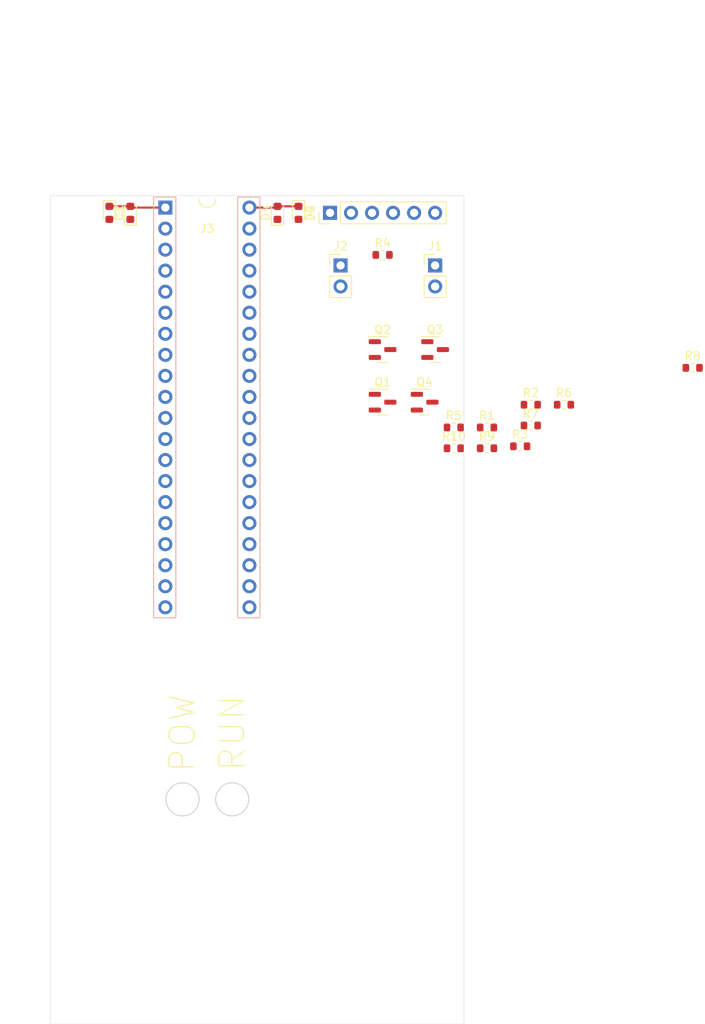
<source format=kicad_pcb>
(kicad_pcb (version 20211014) (generator pcbnew)
  (layers (0 "F.Cu" signal) (31 "B.Cu" signal) (34 "B.Paste" user) (35 "F.Paste" user) (36 "B.SilkS" user "B.Silkscreen") (37 "F.SilkS" user "F.Silkscreen") (38 "B.Mask" user) (39 "F.Mask" user) (44 "Edge.Cuts" user))
  (net 0 "")
  (net 1 "/pb1/PIN")
  (net 2 "HI")
  (net 3 "LO")
  (net 4 "/pb40/PIN")
  (net 5 "Net-(J1-Pad1)")
  (net 6 "Net-(J2-Pad1)")
  (net 45 "VPP")
  (net 46 "VDD")
  (net 47 "GND")
  (net 51 "Net-(Q1-Pad1)")
  (net 52 "Net-(Q1-Pad3)")
  (net 53 "Net-(Q3-Pad3)")
  (net 54 "Net-(Q4-Pad3)")
  (footprint "Resistor_SMD:R_0603_1608Metric" (layer "F.Cu") (at 127.64 70.785)
    (fp_text reference "R8" (at 0 -1.43) (layer "F.SilkS"))
    (fp_text value "47k")
    (fp_line (start -0.237258 -0.5225) (end 0.237258 -0.5225) (layer "F.SilkS") (width 0.12))
    (fp_line (start -0.237258 0.5225) (end 0.237258 0.5225) (layer "F.SilkS") (width 0.12))
    (pad "1" smd roundrect (at -0.825 0) (size 0.8 0.95) (layers "F.Cu" "F.Paste" "F.Mask") (net 47 "GND"))
    (pad "2" smd roundrect (at 0.825 0) (size 0.8 0.95) (layers "F.Cu" "F.Paste" "F.Mask") (net 46 "VDD"))
  )
  (footprint "LED_SMD:LED_0603_1608Metric" (layer "F.Cu") (at 59.69 52.07 90)
    (fp_text reference "D2" (at 0 -1.43 90) (layer "F.SilkS"))
    (fp_text value "LED")
    (fp_line (start -1.485 -0.735) (end -1.485 0.735) (layer "F.SilkS") (width 0.12))
    (fp_line (start 0.8 -0.735) (end -1.485 -0.735) (layer "F.SilkS") (width 0.12))
    (fp_line (start -1.485 0.735) (end 0.8 0.735) (layer "F.SilkS") (width 0.12))
    (pad "1" smd roundrect (at -0.7875 0 90) (size 0.875 0.95) (layers "F.Cu" "F.Paste" "F.Mask") (net 3 "LO"))
    (pad "2" smd roundrect (at 0.7875 0 90) (size 0.875 0.95) (layers "F.Cu" "F.Paste" "F.Mask") (net 1 "/pb1/PIN"))
  )
  (footprint "LED_SMD:LED_0603_1608Metric" (layer "F.Cu") (at 77.47 52.07 90)
    (fp_text reference "D4" (at 0 -1.43 90) (layer "F.SilkS"))
    (fp_text value "LED")
    (fp_line (start -1.485 0.735) (end 0.8 0.735) (layer "F.SilkS") (width 0.12))
    (fp_line (start -1.485 -0.735) (end -1.485 0.735) (layer "F.SilkS") (width 0.12))
    (fp_line (start 0.8 -0.735) (end -1.485 -0.735) (layer "F.SilkS") (width 0.12))
    (pad "1" smd roundrect (at -0.7875 0 90) (size 0.875 0.95) (layers "F.Cu" "F.Paste" "F.Mask") (net 3 "LO"))
    (pad "2" smd roundrect (at 0.7875 0 90) (size 0.875 0.95) (layers "F.Cu" "F.Paste" "F.Mask") (net 4 "/pb40/PIN"))
  )
  (footprint "Connector_PinHeader_2.54mm:PinHeader_1x02_P2.54mm_Vertical" (layer "F.Cu") (at 96.52 58.42)
    (fp_text reference "J1" (at 0 -2.33) (layer "F.SilkS"))
    (fp_text value "Conn_01x02_Male")
    (fp_line (start -1.33 -1.33) (end 0 -1.33) (layer "F.SilkS") (width 0.12))
    (fp_line (start -1.33 0) (end -1.33 -1.33) (layer "F.SilkS") (width 0.12))
    (fp_line (start -1.33 3.87) (end 1.33 3.87) (layer "F.SilkS") (width 0.12))
    (fp_line (start -1.33 1.27) (end -1.33 3.87) (layer "F.SilkS") (width 0.12))
    (fp_line (start -1.33 1.27) (end 1.33 1.27) (layer "F.SilkS") (width 0.12))
    (fp_line (start 1.33 1.27) (end 1.33 3.87) (layer "F.SilkS") (width 0.12))
    (pad "1" thru_hole rect (at 0 0) (size 1.7 1.7) (drill 1) (layers *.Cu *.Mask) (net 5 "Net-(J1-Pad1)"))
    (pad "2" thru_hole oval (at 0 2.54) (size 1.7 1.7) (drill 1) (layers *.Cu *.Mask) (net 2 "HI"))
  )
  (footprint "Resistor_SMD:R_0603_1608Metric" (layer "F.Cu") (at 102.79 80.495)
    (fp_text reference "R9" (at 0 -1.43) (layer "F.SilkS"))
    (fp_text value "10k")
    (fp_line (start -0.237258 -0.5225) (end 0.237258 -0.5225) (layer "F.SilkS") (width 0.12))
    (fp_line (start -0.237258 0.5225) (end 0.237258 0.5225) (layer "F.SilkS") (width 0.12))
    (pad "1" smd roundrect (at -0.825 0) (size 0.8 0.95) (layers "F.Cu" "F.Paste" "F.Mask") (net 54 "Net-(Q4-Pad3)"))
    (pad "2" smd roundrect (at 0.825 0) (size 0.8 0.95) (layers "F.Cu" "F.Paste" "F.Mask") (net 3 "LO"))
  )
  (footprint "Resistor_SMD:R_0603_1608Metric" (layer "F.Cu") (at 98.78 80.495)
    (fp_text reference "R10" (at 0 -1.43) (layer "F.SilkS"))
    (fp_text value "47k")
    (fp_line (start -0.237258 0.5225) (end 0.237258 0.5225) (layer "F.SilkS") (width 0.12))
    (fp_line (start -0.237258 -0.5225) (end 0.237258 -0.5225) (layer "F.SilkS") (width 0.12))
    (pad "1" smd roundrect (at -0.825 0) (size 0.8 0.95) (layers "F.Cu" "F.Paste" "F.Mask") (net 47 "GND"))
    (pad "2" smd roundrect (at 0.825 0) (size 0.8 0.95) (layers "F.Cu" "F.Paste" "F.Mask") (net 45 "VPP"))
  )
  (footprint "Resistor_SMD:R_0603_1608Metric" (layer "F.Cu") (at 90.17 57.15)
    (fp_text reference "R4" (at 0 -1.43) (layer "F.SilkS"))
    (fp_text value "NOLOAD")
    (fp_line (start -0.237258 0.5225) (end 0.237258 0.5225) (layer "F.SilkS") (width 0.12))
    (fp_line (start -0.237258 -0.5225) (end 0.237258 -0.5225) (layer "F.SilkS") (width 0.12))
    (pad "1" smd roundrect (at -0.825 0) (size 0.8 0.95) (layers "F.Cu" "F.Paste" "F.Mask") (net 47 "GND"))
    (pad "2" smd roundrect (at 0.825 0) (size 0.8 0.95) (layers "F.Cu" "F.Paste" "F.Mask") (net 6 "Net-(J2-Pad1)"))
  )
  (footprint "LED_SMD:LED_0603_1608Metric" (layer "F.Cu") (at 57.15 52.07 -90)
    (fp_text reference "D1" (at 0 -1.43 90) (layer "F.SilkS"))
    (fp_text value "LED")
    (fp_line (start -1.485 0.735) (end 0.8 0.735) (layer "F.SilkS") (width 0.12))
    (fp_line (start 0.8 -0.735) (end -1.485 -0.735) (layer "F.SilkS") (width 0.12))
    (fp_line (start -1.485 -0.735) (end -1.485 0.735) (layer "F.SilkS") (width 0.12))
    (pad "1" smd roundrect (at -0.7875 0 270) (size 0.875 0.95) (layers "F.Cu" "F.Paste" "F.Mask") (net 1 "/pb1/PIN"))
    (pad "2" smd roundrect (at 0.7875 0 270) (size 0.875 0.95) (layers "F.Cu" "F.Paste" "F.Mask") (net 2 "HI"))
  )
  (footprint "Resistor_SMD:R_0603_1608Metric" (layer "F.Cu") (at 102.79 77.985)
    (fp_text reference "R1" (at 0 -1.43) (layer "F.SilkS"))
    (fp_text value "NOLOAD")
    (fp_line (start -0.237258 -0.5225) (end 0.237258 -0.5225) (layer "F.SilkS") (width 0.12))
    (fp_line (start -0.237258 0.5225) (end 0.237258 0.5225) (layer "F.SilkS") (width 0.12))
    (pad "1" smd roundrect (at -0.825 0) (size 0.8 0.95) (layers "F.Cu" "F.Paste" "F.Mask") (net 5 "Net-(J1-Pad1)"))
    (pad "2" smd roundrect (at 0.825 0) (size 0.8 0.95) (layers "F.Cu" "F.Paste" "F.Mask") (net 2 "HI"))
  )
  (footprint "prog:tl866" (layer "F.Cu") (at 69 51.435)
    (fp_text reference "J3" (at 0 2.54) (layer "F.SilkS"))
    (fp_text value "TL866")
    (fp_text user "POW" (at -3 63.4492 90 unlocked) (layer "F.SilkS") (effects (font (size 3 3))))
    (fp_text user "RUN" (at 3 63.4492 90 unlocked) (layer "F.SilkS") (effects (font (size 3 3))))
    (fp_rect (start 3.66 -1.27) (end 6.35 49.53) (layer "B.SilkS") (width 0.12) (fill none))
    (fp_rect (start -6.5 -1.27) (end -3.81 49.53) (layer "B.SilkS") (width 0.12) (fill none))
    (fp_arc (start 1 -1) (mid 0 0) (end -1 -1) (layer "F.SilkS") (width 0.12))
    (fp_circle (center -3 71.4492) (end -1 71.4492) (layer "Edge.Cuts") (width 0.12) (fill none))
    (fp_circle (center 3 71.4492) (end 5 71.4492) (layer "Edge.Cuts") (width 0.12) (fill none))
    (pad "1" thru_hole rect (at -5.08 0) (size 1.7 1.7) (drill 1) (layers *.Cu *.Mask) (net 1 "/pb1/PIN"))
    (pad "2" thru_hole circle (at -5.08 2.54) (size 1.7 1.7) (drill 1) (layers *.Cu *.Mask))
    (pad "3" thru_hole circle (at -5.08 5.08) (size 1.7 1.7) (drill 1) (layers *.Cu *.Mask))
    (pad "4" thru_hole circle (at -5.08 7.62) (size 1.7 1.7) (drill 1) (layers *.Cu *.Mask))
    (pad "5" thru_hole circle (at -5.08 10.16) (size 1.7 1.7) (drill 1) (layers *.Cu *.Mask))
    (pad "6" thru_hole circle (at -5.08 12.7) (size 1.7 1.7) (drill 1) (layers *.Cu *.Mask))
    (pad "7" thru_hole circle (at -5.08 15.24) (size 1.7 1.7) (drill 1) (layers *.Cu *.Mask))
    (pad "8" thru_hole circle (at -5.08 17.78) (size 1.7 1.7) (drill 1) (layers *.Cu *.Mask))
    (pad "9" thru_hole circle (at -5.08 20.32) (size 1.7 1.7) (drill 1) (layers *.Cu *.Mask))
    (pad "10" thru_hole circle (at -5.08 22.86) (size 1.7 1.7) (drill 1) (layers *.Cu *.Mask))
    (pad "11" thru_hole circle (at -5.08 25.4) (size 1.7 1.7) (drill 1) (layers *.Cu *.Mask))
    (pad "12" thru_hole circle (at -5.08 27.94) (size 1.7 1.7) (drill 1) (layers *.Cu *.Mask))
    (pad "13" thru_hole circle (at -5.08 30.48) (size 1.7 1.7) (drill 1) (layers *.Cu *.Mask))
    (pad "14" thru_hole circle (at -5.08 33.02) (size 1.7 1.7) (drill 1) (layers *.Cu *.Mask))
    (pad "15" thru_hole circle (at -5.08 35.56) (size 1.7 1.7) (drill 1) (layers *.Cu *.Mask))
    (pad "16" thru_hole circle (at -5.08 38.1) (size 1.7 1.7) (drill 1) (layers *.Cu *.Mask))
    (pad "17" thru_hole circle (at -5.08 40.64) (size 1.7 1.7) (drill 1) (layers *.Cu *.Mask))
    (pad "18" thru_hole circle (at -5.08 43.18) (size 1.7 1.7) (drill 1) (layers *.Cu *.Mask))
    (pad "19" thru_hole circle (at -5.08 45.72) (size 1.7 1.7) (drill 1) (layers *.Cu *.Mask))
    (pad "20" thru_hole circle (at -5.08 48.26) (size 1.7 1.7) (drill 1) (layers *.Cu *.Mask))
    (pad "21" thru_hole circle (at 5.08 48.26) (size 1.7 1.7) (drill 1) (layers *.Cu *.Mask))
    (pad "22" thru_hole circle (at 5.08 45.72) (size 1.7 1.7) (drill 1) (layers *.Cu *.Mask))
    (pad "23" thru_hole circle (at 5.08 43.18) (size 1.7 1.7) (drill 1) (layers *.Cu *.Mask))
    (pad "24" thru_hole circle (at 5.08 40.64) (size 1.7 1.7) (drill 1) (layers *.Cu *.Mask))
    (pad "25" thru_hole circle (at 5.08 38.1) (size 1.7 1.7) (drill 1) (layers *.Cu *.Mask))
    (pad "26" thru_hole circle (at 5.08 35.56) (size 1.7 1.7) (drill 1) (layers *.Cu *.Mask))
    (pad "27" thru_hole circle (at 5.08 33.02) (size 1.7 1.7) (drill 1) (layers *.Cu *.Mask))
    (pad "28" thru_hole circle (at 5.08 30.48) (size 1.7 1.7) (drill 1) (layers *.Cu *.Mask))
    (pad "29" thru_hole circle (at 5.08 27.94) (size 1.7 1.7) (drill 1) (layers *.Cu *.Mask))
    (pad "30" thru_hole circle (at 5.08 25.4) (size 1.7 1.7) (drill 1) (layers *.Cu *.Mask))
    (pad "31" thru_hole circle (at 5.08 22.86) (size 1.7 1.7) (drill 1) (layers *.Cu *.Mask))
    (pad "32" thru_hole circle (at 5.08 20.32) (size 1.7 1.7) (drill 1) (layers *.Cu *.Mask))
    (pad "33" thru_hole circle (at 5.08 17.78) (size 1.7 1.7) (drill 1) (layers *.Cu *.Mask))
    (pad "34" thru_hole circle (at 5.08 15.24) (size 1.7 1.7) (drill 1) (layers *.Cu *.Mask))
    (pad "35" thru_hole circle (at 5.08 12.7) (size 1.7 1.7) (drill 1) (layers *.Cu *.Mask))
    (pad "36" thru_hole circle (at 5.08 10.16) (size 1.7 1.7) (drill 1) (layers *.Cu *.Mask))
    (pad "37" thru_hole circle (at 5.08 7.62) (size 1.7 1.7) (drill 1) (layers *.Cu *.Mask))
    (pad "38" thru_hole circle (at 5.08 5.08) (size 1.7 1.7) (drill 1) (layers *.Cu *.Mask))
    (pad "39" thru_hole circle (at 5.08 2.54) (size 1.7 1.7) (drill 1) (layers *.Cu *.Mask))
    (pad "40" thru_hole circle (at 5.08 0) (size 1.7 1.7) (drill 1) (layers *.Cu *.Mask) (net 4 "/pb40/PIN"))
  )
  (footprint "Resistor_SMD:R_0603_1608Metric" (layer "F.Cu") (at 112.09 75.235)
    (fp_text reference "R6" (at 0 -1.43) (layer "F.SilkS"))
    (fp_text value "47k")
    (fp_line (start -0.237258 -0.5225) (end 0.237258 -0.5225) (layer "F.SilkS") (width 0.12))
    (fp_line (start -0.237258 0.5225) (end 0.237258 0.5225) (layer "F.SilkS") (width 0.12))
    (pad "1" smd roundrect (at -0.825 0) (size 0.8 0.95) (layers "F.Cu" "F.Paste" "F.Mask") (net 51 "Net-(Q1-Pad1)"))
    (pad "2" smd roundrect (at 0.825 0) (size 0.8 0.95) (layers "F.Cu" "F.Paste" "F.Mask") (net 46 "VDD"))
  )
  (footprint "Resistor_SMD:R_0603_1608Metric" (layer "F.Cu") (at 108.08 75.235)
    (fp_text reference "R2" (at 0 -1.43) (layer "F.SilkS"))
    (fp_text value "NOLOAD")
    (fp_line (start -0.237258 -0.5225) (end 0.237258 -0.5225) (layer "F.SilkS") (width 0.12))
    (fp_line (start -0.237258 0.5225) (end 0.237258 0.5225) (layer "F.SilkS") (width 0.12))
    (pad "1" smd roundrect (at -0.825 0) (size 0.8 0.95) (layers "F.Cu" "F.Paste" "F.Mask") (net 46 "VDD"))
    (pad "2" smd roundrect (at 0.825 0) (size 0.8 0.95) (layers "F.Cu" "F.Paste" "F.Mask") (net 5 "Net-(J1-Pad1)"))
  )
  (footprint "Connector_PinHeader_2.54mm:PinHeader_1x02_P2.54mm_Vertical" (layer "F.Cu") (at 85.09 58.42)
    (fp_text reference "J2" (at 0 -2.33) (layer "F.SilkS"))
    (fp_text value "Conn_01x02_Male")
    (fp_line (start 1.33 1.27) (end 1.33 3.87) (layer "F.SilkS") (width 0.12))
    (fp_line (start -1.33 1.27) (end 1.33 1.27) (layer "F.SilkS") (width 0.12))
    (fp_line (start -1.33 1.27) (end -1.33 3.87) (layer "F.SilkS") (width 0.12))
    (fp_line (start -1.33 -1.33) (end 0 -1.33) (layer "F.SilkS") (width 0.12))
    (fp_line (start -1.33 3.87) (end 1.33 3.87) (layer "F.SilkS") (width 0.12))
    (fp_line (start -1.33 0) (end -1.33 -1.33) (layer "F.SilkS") (width 0.12))
    (pad "1" thru_hole rect (at 0 0) (size 1.7 1.7) (drill 1) (layers *.Cu *.Mask) (net 6 "Net-(J2-Pad1)"))
    (pad "2" thru_hole oval (at 0 2.54) (size 1.7 1.7) (drill 1) (layers *.Cu *.Mask) (net 3 "LO"))
  )
  (footprint "Resistor_SMD:R_0603_1608Metric" (layer "F.Cu") (at 98.78 77.985)
    (fp_text reference "R5" (at 0 -1.43) (layer "F.SilkS"))
    (fp_text value "4.7k")
    (fp_line (start -0.237258 -0.5225) (end 0.237258 -0.5225) (layer "F.SilkS") (width 0.12))
    (fp_line (start -0.237258 0.5225) (end 0.237258 0.5225) (layer "F.SilkS") (width 0.12))
    (pad "1" smd roundrect (at -0.825 0) (size 0.8 0.95) (layers "F.Cu" "F.Paste" "F.Mask") (net 2 "HI"))
    (pad "2" smd roundrect (at 0.825 0) (size 0.8 0.95) (layers "F.Cu" "F.Paste" "F.Mask") (net 52 "Net-(Q1-Pad3)"))
  )
  (footprint "Package_TO_SOT_SMD:SOT-23" (layer "F.Cu") (at 96.52 68.58)
    (fp_text reference "Q3" (at 0 -2.4) (layer "F.SilkS"))
    (fp_text value "2N7002")
    (fp_line (start 0 -1.56) (end 0.65 -1.56) (layer "F.SilkS") (width 0.12))
    (fp_line (start 0 -1.56) (end -1.675 -1.56) (layer "F.SilkS") (width 0.12))
    (fp_line (start 0 1.56) (end -0.65 1.56) (layer "F.SilkS") (width 0.12))
    (fp_line (start 0 1.56) (end 0.65 1.56) (layer "F.SilkS") (width 0.12))
    (pad "1" smd roundrect (at -0.9375 -0.95) (size 1.475 0.6) (layers "F.Cu" "F.Paste" "F.Mask") (net 46 "VDD"))
    (pad "2" smd roundrect (at -0.9375 0.95) (size 1.475 0.6) (layers "F.Cu" "F.Paste" "F.Mask") (net 47 "GND"))
    (pad "3" smd roundrect (at 0.9375 0) (size 1.475 0.6) (layers "F.Cu" "F.Paste" "F.Mask") (net 53 "Net-(Q3-Pad3)"))
  )
  (footprint "LED_SMD:LED_0603_1608Metric" (layer "F.Cu") (at 80.01 52.07 -90)
    (fp_text reference "D3" (at 0 -1.43 90) (layer "F.SilkS"))
    (fp_text value "LED")
    (fp_line (start -1.485 -0.735) (end -1.485 0.735) (layer "F.SilkS") (width 0.12))
    (fp_line (start 0.8 -0.735) (end -1.485 -0.735) (layer "F.SilkS") (width 0.12))
    (fp_line (start -1.485 0.735) (end 0.8 0.735) (layer "F.SilkS") (width 0.12))
    (pad "1" smd roundrect (at -0.7875 0 270) (size 0.875 0.95) (layers "F.Cu" "F.Paste" "F.Mask") (net 4 "/pb40/PIN"))
    (pad "2" smd roundrect (at 0.7875 0 270) (size 0.875 0.95) (layers "F.Cu" "F.Paste" "F.Mask") (net 2 "HI"))
  )
  (footprint "Package_TO_SOT_SMD:SOT-23" (layer "F.Cu") (at 90.17 74.93)
    (fp_text reference "Q1" (at 0 -2.4) (layer "F.SilkS"))
    (fp_text value "BSS84")
    (fp_line (start 0 -1.56) (end -1.675 -1.56) (layer "F.SilkS") (width 0.12))
    (fp_line (start 0 1.56) (end -0.65 1.56) (layer "F.SilkS") (width 0.12))
    (fp_line (start 0 -1.56) (end 0.65 -1.56) (layer "F.SilkS") (width 0.12))
    (fp_line (start 0 1.56) (end 0.65 1.56) (layer "F.SilkS") (width 0.12))
    (pad "1" smd roundrect (at -0.9375 -0.95) (size 1.475 0.6) (layers "F.Cu" "F.Paste" "F.Mask") (net 51 "Net-(Q1-Pad1)"))
    (pad "2" smd roundrect (at -0.9375 0.95) (size 1.475 0.6) (layers "F.Cu" "F.Paste" "F.Mask") (net 46 "VDD"))
    (pad "3" smd roundrect (at 0.9375 0) (size 1.475 0.6) (layers "F.Cu" "F.Paste" "F.Mask") (net 52 "Net-(Q1-Pad3)"))
  )
  (footprint "Package_TO_SOT_SMD:SOT-23" (layer "F.Cu") (at 90.17 68.58)
    (fp_text reference "Q2" (at 0 -2.4) (layer "F.SilkS"))
    (fp_text value "2N7002")
    (fp_line (start 0 1.56) (end 0.65 1.56) (layer "F.SilkS") (width 0.12))
    (fp_line (start 0 1.56) (end -0.65 1.56) (layer "F.SilkS") (width 0.12))
    (fp_line (start 0 -1.56) (end 0.65 -1.56) (layer "F.SilkS") (width 0.12))
    (fp_line (start 0 -1.56) (end -1.675 -1.56) (layer "F.SilkS") (width 0.12))
    (pad "1" smd roundrect (at -0.9375 -0.95) (size 1.475 0.6) (layers "F.Cu" "F.Paste" "F.Mask") (net 45 "VPP"))
    (pad "2" smd roundrect (at -0.9375 0.95) (size 1.475 0.6) (layers "F.Cu" "F.Paste" "F.Mask") (net 47 "GND"))
    (pad "3" smd roundrect (at 0.9375 0) (size 1.475 0.6) (layers "F.Cu" "F.Paste" "F.Mask") (net 51 "Net-(Q1-Pad1)"))
  )
  (footprint "Package_TO_SOT_SMD:SOT-23" (layer "F.Cu") (at 95.25 74.93)
    (fp_text reference "Q4" (at 0 -2.4) (layer "F.SilkS"))
    (fp_text value "2N7002")
    (fp_line (start 0 1.56) (end -0.65 1.56) (layer "F.SilkS") (width 0.12))
    (fp_line (start 0 1.56) (end 0.65 1.56) (layer "F.SilkS") (width 0.12))
    (fp_line (start 0 -1.56) (end -1.675 -1.56) (layer "F.SilkS") (width 0.12))
    (fp_line (start 0 -1.56) (end 0.65 -1.56) (layer "F.SilkS") (width 0.12))
    (pad "1" smd roundrect (at -0.9375 -0.95) (size 1.475 0.6) (layers "F.Cu" "F.Paste" "F.Mask") (net 45 "VPP"))
    (pad "2" smd roundrect (at -0.9375 0.95) (size 1.475 0.6) (layers "F.Cu" "F.Paste" "F.Mask") (net 47 "GND"))
    (pad "3" smd roundrect (at 0.9375 0) (size 1.475 0.6) (layers "F.Cu" "F.Paste" "F.Mask") (net 54 "Net-(Q4-Pad3)"))
  )
  (footprint "Resistor_SMD:R_0603_1608Metric" (layer "F.Cu") (at 106.8 80.255)
    (fp_text reference "R3" (at 0 -1.43) (layer "F.SilkS"))
    (fp_text value "NOLOAD")
    (fp_line (start -0.237258 0.5225) (end 0.237258 0.5225) (layer "F.SilkS") (width 0.12))
    (fp_line (start -0.237258 -0.5225) (end 0.237258 -0.5225) (layer "F.SilkS") (width 0.12))
    (pad "1" smd roundrect (at -0.825 0) (size 0.8 0.95) (layers "F.Cu" "F.Paste" "F.Mask") (net 6 "Net-(J2-Pad1)"))
    (pad "2" smd roundrect (at 0.825 0) (size 0.8 0.95) (layers "F.Cu" "F.Paste" "F.Mask") (net 3 "LO"))
  )
  (footprint "Resistor_SMD:R_0603_1608Metric" (layer "F.Cu") (at 108.08 77.745)
    (fp_text reference "R7" (at 0 -1.43) (layer "F.SilkS"))
    (fp_text value "4.7k")
    (fp_line (start -0.237258 0.5225) (end 0.237258 0.5225) (layer "F.SilkS") (width 0.12))
    (fp_line (start -0.237258 -0.5225) (end 0.237258 -0.5225) (layer "F.SilkS") (width 0.12))
    (pad "1" smd roundrect (at -0.825 0) (size 0.8 0.95) (layers "F.Cu" "F.Paste" "F.Mask") (net 53 "Net-(Q3-Pad3)"))
    (pad "2" smd roundrect (at 0.825 0) (size 0.8 0.95) (layers "F.Cu" "F.Paste" "F.Mask") (net 3 "LO"))
  )
  (footprint "Connector_PinHeader_2.54mm:PinHeader_1x06_P2.54mm_Vertical" (layer "F.Cu") (at 83.82 52.07 90)
    (fp_text reference "J4" (at 0 -2.33 90) (layer "F.SilkS"))
    (fp_text value "icsp")
    (fp_line (start -1.33 14.03) (end 1.33 14.03) (layer "F.SilkS") (width 0.12))
    (fp_line (start 1.33 1.27) (end 1.33 14.03) (layer "F.SilkS") (width 0.12))
    (fp_line (start -1.33 -1.33) (end 0 -1.33) (layer "F.SilkS") (width 0.12))
    (fp_line (start -1.33 0) (end -1.33 -1.33) (layer "F.SilkS") (width 0.12))
    (fp_line (start -1.33 1.27) (end -1.33 14.03) (layer "F.SilkS") (width 0.12))
    (fp_line (start -1.33 1.27) (end 1.33 1.27) (layer "F.SilkS") (width 0.12))
    (pad "1" thru_hole rect (at 0 0 90) (size 1.7 1.7) (drill 1) (layers *.Cu *.Mask) (net 45 "VPP"))
    (pad "2" thru_hole oval (at 0 2.54 90) (size 1.7 1.7) (drill 1) (layers *.Cu *.Mask) (net 46 "VDD"))
    (pad "3" thru_hole oval (at 0 5.08 90) (size 1.7 1.7) (drill 1) (layers *.Cu *.Mask) (net 47 "GND"))
    (pad "4" thru_hole oval (at 0 7.62 90) (size 1.7 1.7) (drill 1) (layers *.Cu *.Mask))
    (pad "5" thru_hole oval (at 0 10.16 90) (size 1.7 1.7) (drill 1) (layers *.Cu *.Mask))
    (pad "6" thru_hole oval (at 0 12.7 90) (size 1.7 1.7) (drill 1) (layers *.Cu *.Mask))
  )
  (gr_rect locked (start 50 50) (end 100 150) (layer "Edge.Cuts") (width 0.05) (fill none))
  (segment (start 59.8425 51.435) (end 63.92 51.435) (width 0.25) (layer "F.Cu") (net 1))
  (segment (start 59.69 51.2825) (end 59.8425 51.435) (width 0.25) (layer "F.Cu") (net 1))
  (segment (start 57.15 51.2825) (end 59.69 51.2825) (width 0.25) (layer "F.Cu") (net 1))
  (segment (start 77.47 51.2825) (end 80.01 51.2825) (width 0.25) (layer "F.Cu") (net 4))
  (segment (start 74.08 51.435) (end 77.3175 51.435) (width 0.25) (layer "F.Cu") (net 4))
  (segment (start 77.3175 51.435) (end 77.47 51.2825) (width 0.25) (layer "F.Cu") (net 4))
)
</source>
